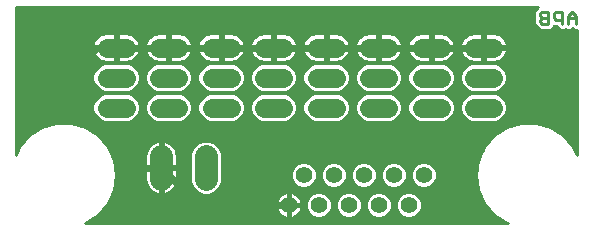
<source format=gbl>
G75*
G70*
%OFA0B0*%
%FSLAX24Y24*%
%IPPOS*%
%LPD*%
%AMOC8*
5,1,8,0,0,1.08239X$1,22.5*
%
%ADD10C,0.0100*%
%ADD11C,0.0560*%
%ADD12C,0.0750*%
%ADD13C,0.0640*%
%ADD14C,0.0240*%
D10*
X002600Y001430D02*
X002628Y001438D01*
X003047Y001707D01*
X003047Y001707D01*
X003047Y001707D01*
X003373Y002084D01*
X003580Y002537D01*
X003651Y003030D01*
X003580Y003523D01*
X003373Y003976D01*
X003047Y004353D01*
X002628Y004622D01*
X002150Y004762D01*
X001652Y004762D01*
X001174Y004622D01*
X000755Y004353D01*
X000755Y004352D01*
X000429Y003976D01*
X000301Y003696D01*
X000301Y008630D01*
X017728Y008630D01*
X017712Y008614D01*
X017595Y008496D01*
X017595Y008430D01*
X017595Y008296D01*
X017595Y008229D01*
X017595Y008146D01*
X017595Y008064D01*
X017596Y008062D01*
X017712Y007947D01*
X017779Y007880D01*
X017861Y007880D01*
X018144Y007880D01*
X018262Y007997D01*
X018262Y008013D01*
X018322Y008013D01*
X018322Y007997D01*
X018439Y007880D01*
X018605Y007880D01*
X018619Y007894D01*
X018633Y007880D01*
X018798Y007880D01*
X018849Y007931D01*
X018899Y007880D01*
X019001Y007880D01*
X019001Y003696D01*
X018873Y003976D01*
X018547Y004353D01*
X018128Y004622D01*
X017650Y004762D01*
X017152Y004762D01*
X016674Y004622D01*
X016255Y004353D01*
X016255Y004352D01*
X015929Y003976D01*
X015722Y003523D01*
X015651Y003030D01*
X015722Y002537D01*
X015722Y002537D01*
X015929Y002084D01*
X015929Y002084D01*
X016255Y001707D01*
X016255Y001707D01*
X016674Y001438D01*
X016674Y001438D01*
X016702Y001430D01*
X002600Y001430D01*
X002628Y001438D02*
X002628Y001438D01*
X002689Y001477D02*
X016614Y001477D01*
X016460Y001576D02*
X002842Y001576D01*
X002995Y001674D02*
X009159Y001674D01*
X009176Y001662D02*
X009236Y001631D01*
X009300Y001611D01*
X009367Y001600D01*
X009371Y001600D01*
X009371Y002000D01*
X008971Y002000D01*
X008971Y001996D01*
X008982Y001929D01*
X009003Y001865D01*
X009033Y001805D01*
X009073Y001750D01*
X009121Y001702D01*
X009176Y001662D01*
X009057Y001773D02*
X003104Y001773D01*
X003189Y001871D02*
X009001Y001871D01*
X008975Y001970D02*
X003274Y001970D01*
X003360Y002068D02*
X008972Y002068D01*
X008971Y002064D02*
X008971Y002060D01*
X009371Y002060D01*
X009371Y002000D01*
X009431Y002000D01*
X009431Y001600D01*
X009435Y001600D01*
X009502Y001611D01*
X009566Y001631D01*
X009627Y001662D01*
X009681Y001702D01*
X009729Y001750D01*
X009769Y001805D01*
X009800Y001865D01*
X009821Y001929D01*
X009831Y001996D01*
X009831Y002000D01*
X009431Y002000D01*
X009431Y002060D01*
X009371Y002060D01*
X009371Y002460D01*
X009367Y002460D01*
X009300Y002449D01*
X009236Y002428D01*
X009176Y002398D01*
X009121Y002358D01*
X009073Y002310D01*
X009033Y002255D01*
X009003Y002195D01*
X008982Y002131D01*
X008971Y002064D01*
X008994Y002167D02*
X003411Y002167D01*
X003373Y002084D02*
X003373Y002084D01*
X003456Y002265D02*
X009041Y002265D01*
X009129Y002364D02*
X003501Y002364D01*
X003546Y002463D02*
X004867Y002463D01*
X004876Y002456D02*
X004950Y002418D01*
X005028Y002393D01*
X005101Y002381D01*
X005101Y003230D01*
X004626Y003230D01*
X004626Y002864D01*
X004639Y002782D01*
X004665Y002703D01*
X004702Y002630D01*
X004751Y002563D01*
X004809Y002505D01*
X004876Y002456D01*
X004753Y002561D02*
X003584Y002561D01*
X003580Y002537D02*
X003580Y002537D01*
X003598Y002660D02*
X004687Y002660D01*
X004647Y002758D02*
X003612Y002758D01*
X003626Y002857D02*
X004627Y002857D01*
X004626Y002955D02*
X003640Y002955D01*
X003648Y003054D02*
X004626Y003054D01*
X004626Y003152D02*
X003634Y003152D01*
X003619Y003251D02*
X005101Y003251D01*
X005101Y003230D02*
X005101Y003330D01*
X004626Y003330D01*
X004626Y003696D01*
X004639Y003778D01*
X004665Y003856D01*
X004702Y003930D01*
X004751Y003997D01*
X004809Y004055D01*
X004876Y004104D01*
X004950Y004141D01*
X005028Y004167D01*
X005101Y004179D01*
X005101Y003330D01*
X005201Y003330D01*
X005201Y004179D01*
X005274Y004167D01*
X005353Y004141D01*
X005426Y004104D01*
X005493Y004055D01*
X005552Y003997D01*
X005600Y003930D01*
X005638Y003856D01*
X005663Y003778D01*
X005676Y003696D01*
X005676Y003330D01*
X005201Y003330D01*
X005201Y003230D01*
X005201Y002381D01*
X005274Y002393D01*
X005353Y002418D01*
X005426Y002456D01*
X005493Y002505D01*
X005552Y002563D01*
X005600Y002630D01*
X005638Y002703D01*
X005663Y002782D01*
X005676Y002864D01*
X005676Y003230D01*
X005201Y003230D01*
X005101Y003230D01*
X005101Y003152D02*
X005201Y003152D01*
X005201Y003054D02*
X005101Y003054D01*
X005101Y002955D02*
X005201Y002955D01*
X005201Y002857D02*
X005101Y002857D01*
X005101Y002758D02*
X005201Y002758D01*
X005201Y002660D02*
X005101Y002660D01*
X005101Y002561D02*
X005201Y002561D01*
X005201Y002463D02*
X005101Y002463D01*
X005435Y002463D02*
X006351Y002463D01*
X006354Y002460D02*
X006547Y002380D01*
X006756Y002380D01*
X006949Y002460D01*
X007096Y002608D01*
X007176Y002801D01*
X007176Y003759D01*
X007096Y003952D01*
X006949Y004100D01*
X006756Y004180D01*
X006547Y004180D01*
X006354Y004100D01*
X006206Y003952D01*
X006126Y003759D01*
X006126Y002801D01*
X006206Y002608D01*
X006354Y002460D01*
X006253Y002561D02*
X005550Y002561D01*
X005615Y002660D02*
X006185Y002660D01*
X006144Y002758D02*
X005655Y002758D01*
X005675Y002857D02*
X006126Y002857D01*
X006126Y002955D02*
X005676Y002955D01*
X005676Y003054D02*
X006126Y003054D01*
X006126Y003152D02*
X005676Y003152D01*
X005676Y003349D02*
X006126Y003349D01*
X006126Y003251D02*
X005201Y003251D01*
X005201Y003349D02*
X005101Y003349D01*
X005101Y003448D02*
X005201Y003448D01*
X005201Y003546D02*
X005101Y003546D01*
X005101Y003645D02*
X005201Y003645D01*
X005201Y003744D02*
X005101Y003744D01*
X005101Y003842D02*
X005201Y003842D01*
X005201Y003941D02*
X005101Y003941D01*
X005101Y004039D02*
X005201Y004039D01*
X005201Y004138D02*
X005101Y004138D01*
X004942Y004138D02*
X003233Y004138D01*
X003148Y004236D02*
X016154Y004236D01*
X016069Y004138D02*
X006858Y004138D01*
X007009Y004039D02*
X015984Y004039D01*
X015929Y003976D02*
X015929Y003976D01*
X015913Y003941D02*
X007101Y003941D01*
X007142Y003842D02*
X015868Y003842D01*
X015823Y003744D02*
X007176Y003744D01*
X007176Y003645D02*
X015778Y003645D01*
X015733Y003546D02*
X007176Y003546D01*
X007176Y003448D02*
X009787Y003448D01*
X009816Y003460D02*
X009658Y003394D01*
X009537Y003274D01*
X009471Y003116D01*
X009471Y002944D01*
X009537Y002786D01*
X009658Y002665D01*
X009816Y002600D01*
X009987Y002600D01*
X010145Y002665D01*
X010266Y002786D01*
X010331Y002944D01*
X010331Y003116D01*
X010266Y003274D01*
X010145Y003394D01*
X009987Y003460D01*
X009816Y003460D01*
X010016Y003448D02*
X010787Y003448D01*
X010816Y003460D02*
X010658Y003394D01*
X010537Y003274D01*
X010471Y003116D01*
X010471Y002944D01*
X010537Y002786D01*
X010658Y002665D01*
X010816Y002600D01*
X010987Y002600D01*
X011145Y002665D01*
X011266Y002786D01*
X011331Y002944D01*
X011331Y003116D01*
X011266Y003274D01*
X011145Y003394D01*
X010987Y003460D01*
X010816Y003460D01*
X011016Y003448D02*
X011787Y003448D01*
X011816Y003460D02*
X011658Y003394D01*
X011537Y003274D01*
X011471Y003116D01*
X011471Y002944D01*
X011537Y002786D01*
X011658Y002665D01*
X011816Y002600D01*
X011987Y002600D01*
X012145Y002665D01*
X012266Y002786D01*
X012331Y002944D01*
X012331Y003116D01*
X012266Y003274D01*
X012145Y003394D01*
X011987Y003460D01*
X011816Y003460D01*
X012016Y003448D02*
X012787Y003448D01*
X012816Y003460D02*
X012658Y003394D01*
X012537Y003274D01*
X012471Y003116D01*
X012471Y002944D01*
X012537Y002786D01*
X012658Y002665D01*
X012816Y002600D01*
X012987Y002600D01*
X013145Y002665D01*
X013266Y002786D01*
X013331Y002944D01*
X013331Y003116D01*
X013266Y003274D01*
X013145Y003394D01*
X012987Y003460D01*
X012816Y003460D01*
X013016Y003448D02*
X013787Y003448D01*
X013816Y003460D02*
X013658Y003394D01*
X013537Y003274D01*
X013471Y003116D01*
X013471Y002944D01*
X013537Y002786D01*
X013658Y002665D01*
X013816Y002600D01*
X013987Y002600D01*
X014145Y002665D01*
X014266Y002786D01*
X014331Y002944D01*
X014331Y003116D01*
X014266Y003274D01*
X014145Y003394D01*
X013987Y003460D01*
X013816Y003460D01*
X014016Y003448D02*
X015711Y003448D01*
X015722Y003523D02*
X015722Y003523D01*
X015697Y003349D02*
X014190Y003349D01*
X014275Y003251D02*
X015683Y003251D01*
X015669Y003152D02*
X014316Y003152D01*
X014331Y003054D02*
X015655Y003054D01*
X015651Y003030D02*
X015651Y003030D01*
X015662Y002955D02*
X014331Y002955D01*
X014295Y002857D02*
X015676Y002857D01*
X015690Y002758D02*
X014237Y002758D01*
X014131Y002660D02*
X015704Y002660D01*
X015719Y002561D02*
X007050Y002561D01*
X007118Y002660D02*
X009672Y002660D01*
X009565Y002758D02*
X007159Y002758D01*
X007176Y002857D02*
X009508Y002857D01*
X009471Y002955D02*
X007176Y002955D01*
X007176Y003054D02*
X009471Y003054D01*
X009486Y003152D02*
X007176Y003152D01*
X007176Y003251D02*
X009527Y003251D01*
X009613Y003349D02*
X007176Y003349D01*
X006126Y003448D02*
X005676Y003448D01*
X005676Y003546D02*
X006126Y003546D01*
X006126Y003645D02*
X005676Y003645D01*
X005669Y003744D02*
X006126Y003744D01*
X006160Y003842D02*
X005642Y003842D01*
X005593Y003941D02*
X006201Y003941D01*
X006293Y004039D02*
X005509Y004039D01*
X005360Y004138D02*
X006445Y004138D01*
X006738Y004810D02*
X007565Y004810D01*
X007737Y004882D01*
X007870Y005014D01*
X007941Y005186D01*
X007941Y005373D01*
X007870Y005546D01*
X007737Y005678D01*
X007565Y005750D01*
X006738Y005750D01*
X006565Y005678D01*
X006433Y005546D01*
X006361Y005373D01*
X006361Y005186D01*
X006433Y005014D01*
X006565Y004882D01*
X006738Y004810D01*
X006695Y004828D02*
X005857Y004828D01*
X005815Y004810D02*
X005987Y004882D01*
X006120Y005014D01*
X006191Y005186D01*
X006191Y005373D01*
X006120Y005546D01*
X005987Y005678D01*
X005815Y005750D01*
X004988Y005750D01*
X004815Y005678D01*
X004683Y005546D01*
X004611Y005373D01*
X004611Y005186D01*
X004683Y005014D01*
X004815Y004882D01*
X004988Y004810D01*
X005815Y004810D01*
X006032Y004926D02*
X006520Y004926D01*
X006428Y005025D02*
X006124Y005025D01*
X006165Y005123D02*
X006387Y005123D01*
X006361Y005222D02*
X006191Y005222D01*
X006191Y005320D02*
X006361Y005320D01*
X006380Y005419D02*
X006172Y005419D01*
X006132Y005517D02*
X006421Y005517D01*
X006502Y005616D02*
X006050Y005616D01*
X005900Y005714D02*
X006652Y005714D01*
X006730Y005813D02*
X005822Y005813D01*
X005815Y005810D02*
X005987Y005882D01*
X006120Y006014D01*
X006191Y006186D01*
X006191Y006373D01*
X006120Y006546D01*
X005987Y006678D01*
X005815Y006750D01*
X004988Y006750D01*
X004815Y006678D01*
X004683Y006546D01*
X004611Y006373D01*
X004611Y006186D01*
X004683Y006014D01*
X004815Y005882D01*
X004988Y005810D01*
X005815Y005810D01*
X006017Y005912D02*
X006535Y005912D01*
X006565Y005882D02*
X006433Y006014D01*
X006361Y006186D01*
X006361Y006373D01*
X006433Y006546D01*
X006565Y006678D01*
X006738Y006750D01*
X007565Y006750D01*
X007737Y006678D01*
X007870Y006546D01*
X007941Y006373D01*
X007941Y006186D01*
X007870Y006014D01*
X007737Y005882D01*
X007565Y005810D01*
X006738Y005810D01*
X006565Y005882D01*
X006436Y006010D02*
X006116Y006010D01*
X006159Y006109D02*
X006393Y006109D01*
X006361Y006207D02*
X006191Y006207D01*
X006191Y006306D02*
X006361Y006306D01*
X006374Y006404D02*
X006178Y006404D01*
X006138Y006503D02*
X006415Y006503D01*
X006488Y006601D02*
X006064Y006601D01*
X005936Y006700D02*
X006617Y006700D01*
X006651Y006844D02*
X006721Y006822D01*
X006794Y006810D01*
X007101Y006810D01*
X007101Y007230D01*
X006363Y007230D01*
X006373Y007170D01*
X006396Y007100D01*
X006429Y007034D01*
X006473Y006974D01*
X006525Y006921D01*
X006585Y006878D01*
X006651Y006844D01*
X006559Y006897D02*
X005994Y006897D01*
X005967Y006878D02*
X006027Y006921D01*
X006080Y006974D01*
X006123Y007034D01*
X006157Y007100D01*
X006180Y007170D01*
X006189Y007230D01*
X005451Y007230D01*
X005451Y006810D01*
X005758Y006810D01*
X005831Y006822D01*
X005902Y006844D01*
X005967Y006878D01*
X006095Y006996D02*
X006457Y006996D01*
X006398Y007094D02*
X006154Y007094D01*
X006183Y007193D02*
X006369Y007193D01*
X006363Y007330D02*
X007101Y007330D01*
X007101Y007230D01*
X007201Y007230D01*
X007201Y006810D01*
X007508Y006810D01*
X007581Y006822D01*
X007652Y006844D01*
X007717Y006878D01*
X007777Y006921D01*
X007830Y006974D01*
X007873Y007034D01*
X007907Y007100D01*
X007930Y007170D01*
X007939Y007230D01*
X007201Y007230D01*
X007201Y007330D01*
X007101Y007330D01*
X007101Y007750D01*
X006794Y007750D01*
X006721Y007738D01*
X006651Y007716D01*
X006585Y007682D01*
X006525Y007638D01*
X006473Y007586D01*
X006429Y007526D01*
X006396Y007460D01*
X006373Y007390D01*
X006363Y007330D01*
X006373Y007390D02*
X006180Y007390D01*
X006157Y007460D01*
X006123Y007526D01*
X006080Y007586D01*
X006027Y007638D01*
X005967Y007682D01*
X005902Y007716D01*
X005831Y007738D01*
X005758Y007750D01*
X005451Y007750D01*
X005451Y007330D01*
X005351Y007330D01*
X005351Y007230D01*
X004613Y007230D01*
X004623Y007170D01*
X004646Y007100D01*
X004679Y007034D01*
X004723Y006974D01*
X004775Y006921D01*
X004835Y006878D01*
X004901Y006844D01*
X004971Y006822D01*
X005044Y006810D01*
X005351Y006810D01*
X005351Y007230D01*
X005451Y007230D01*
X005451Y007330D01*
X006189Y007330D01*
X006180Y007390D01*
X006143Y007488D02*
X006410Y007488D01*
X006473Y007587D02*
X006079Y007587D01*
X005961Y007685D02*
X006591Y007685D01*
X007101Y007685D02*
X007201Y007685D01*
X007201Y007750D02*
X007201Y007330D01*
X007939Y007330D01*
X007930Y007390D01*
X007907Y007460D01*
X007873Y007526D01*
X007830Y007586D01*
X007777Y007638D01*
X007717Y007682D01*
X007652Y007716D01*
X007581Y007738D01*
X007508Y007750D01*
X007201Y007750D01*
X007201Y007587D02*
X007101Y007587D01*
X007101Y007488D02*
X007201Y007488D01*
X007201Y007390D02*
X007101Y007390D01*
X007101Y007291D02*
X005451Y007291D01*
X005451Y007193D02*
X005351Y007193D01*
X005351Y007291D02*
X003701Y007291D01*
X003701Y007330D02*
X003701Y007230D01*
X003701Y006810D01*
X004008Y006810D01*
X004081Y006822D01*
X004152Y006844D01*
X004217Y006878D01*
X004277Y006921D01*
X004330Y006974D01*
X004373Y007034D01*
X004407Y007100D01*
X004430Y007170D01*
X004439Y007230D01*
X003701Y007230D01*
X003601Y007230D01*
X002863Y007230D01*
X002873Y007170D01*
X002896Y007100D01*
X002929Y007034D01*
X002973Y006974D01*
X003025Y006921D01*
X003085Y006878D01*
X003151Y006844D01*
X003221Y006822D01*
X003294Y006810D01*
X003601Y006810D01*
X003601Y007230D01*
X003601Y007330D01*
X002863Y007330D01*
X002873Y007390D01*
X002896Y007460D01*
X002929Y007526D01*
X002973Y007586D01*
X003025Y007638D01*
X003085Y007682D01*
X003151Y007716D01*
X003221Y007738D01*
X003294Y007750D01*
X003601Y007750D01*
X003601Y007330D01*
X003701Y007330D01*
X003701Y007750D01*
X004008Y007750D01*
X004081Y007738D01*
X004152Y007716D01*
X004217Y007682D01*
X004277Y007638D01*
X004330Y007586D01*
X004373Y007526D01*
X004407Y007460D01*
X004430Y007390D01*
X004439Y007330D01*
X003701Y007330D01*
X003701Y007390D02*
X003601Y007390D01*
X003601Y007488D02*
X003701Y007488D01*
X003701Y007587D02*
X003601Y007587D01*
X003601Y007685D02*
X003701Y007685D01*
X004211Y007685D02*
X004841Y007685D01*
X004835Y007682D02*
X004775Y007638D01*
X004723Y007586D01*
X004679Y007526D01*
X004646Y007460D01*
X004623Y007390D01*
X004613Y007330D01*
X005351Y007330D01*
X005351Y007750D01*
X005044Y007750D01*
X004971Y007738D01*
X004901Y007716D01*
X004835Y007682D01*
X004723Y007587D02*
X004329Y007587D01*
X004393Y007488D02*
X004660Y007488D01*
X004623Y007390D02*
X004430Y007390D01*
X004433Y007193D02*
X004619Y007193D01*
X004648Y007094D02*
X004404Y007094D01*
X004345Y006996D02*
X004707Y006996D01*
X004809Y006897D02*
X004244Y006897D01*
X004237Y006678D02*
X004065Y006750D01*
X003238Y006750D01*
X003065Y006678D01*
X002933Y006546D01*
X002861Y006373D01*
X002861Y006186D01*
X002933Y006014D01*
X003065Y005882D01*
X003238Y005810D01*
X004065Y005810D01*
X004237Y005882D01*
X004370Y006014D01*
X004441Y006186D01*
X004441Y006373D01*
X004370Y006546D01*
X004237Y006678D01*
X004186Y006700D02*
X004867Y006700D01*
X004738Y006601D02*
X004314Y006601D01*
X004388Y006503D02*
X004665Y006503D01*
X004624Y006404D02*
X004428Y006404D01*
X004441Y006306D02*
X004611Y006306D01*
X004611Y006207D02*
X004441Y006207D01*
X004409Y006109D02*
X004643Y006109D01*
X004686Y006010D02*
X004366Y006010D01*
X004267Y005912D02*
X004785Y005912D01*
X004980Y005813D02*
X004072Y005813D01*
X004065Y005750D02*
X004237Y005678D01*
X004370Y005546D01*
X004441Y005373D01*
X004441Y005186D01*
X004370Y005014D01*
X004237Y004882D01*
X004065Y004810D01*
X003238Y004810D01*
X003065Y004882D01*
X002933Y005014D01*
X002861Y005186D01*
X002861Y005373D01*
X002933Y005546D01*
X003065Y005678D01*
X003238Y005750D01*
X004065Y005750D01*
X004150Y005714D02*
X004902Y005714D01*
X004752Y005616D02*
X004300Y005616D01*
X004382Y005517D02*
X004671Y005517D01*
X004630Y005419D02*
X004422Y005419D01*
X004441Y005320D02*
X004611Y005320D01*
X004611Y005222D02*
X004441Y005222D01*
X004415Y005123D02*
X004637Y005123D01*
X004678Y005025D02*
X004374Y005025D01*
X004282Y004926D02*
X004770Y004926D01*
X004945Y004828D02*
X004107Y004828D01*
X003195Y004828D02*
X000301Y004828D01*
X000301Y004926D02*
X003020Y004926D01*
X002928Y005025D02*
X000301Y005025D01*
X000301Y005123D02*
X002887Y005123D01*
X002861Y005222D02*
X000301Y005222D01*
X000301Y005320D02*
X002861Y005320D01*
X002880Y005419D02*
X000301Y005419D01*
X000301Y005517D02*
X002921Y005517D01*
X003002Y005616D02*
X000301Y005616D01*
X000301Y005714D02*
X003152Y005714D01*
X003230Y005813D02*
X000301Y005813D01*
X000301Y005912D02*
X003035Y005912D01*
X002936Y006010D02*
X000301Y006010D01*
X000301Y006109D02*
X002893Y006109D01*
X002861Y006207D02*
X000301Y006207D01*
X000301Y006306D02*
X002861Y006306D01*
X002874Y006404D02*
X000301Y006404D01*
X000301Y006503D02*
X002915Y006503D01*
X002988Y006601D02*
X000301Y006601D01*
X000301Y006700D02*
X003117Y006700D01*
X003059Y006897D02*
X000301Y006897D01*
X000301Y006996D02*
X002957Y006996D01*
X002898Y007094D02*
X000301Y007094D01*
X000301Y007193D02*
X002869Y007193D01*
X002873Y007390D02*
X000301Y007390D01*
X000301Y007488D02*
X002910Y007488D01*
X002973Y007587D02*
X000301Y007587D01*
X000301Y007685D02*
X003091Y007685D01*
X003601Y007291D02*
X000301Y007291D01*
X000301Y006798D02*
X019001Y006798D01*
X019001Y006897D02*
X016494Y006897D01*
X016467Y006878D02*
X016527Y006921D01*
X016580Y006974D01*
X016623Y007034D01*
X016657Y007100D01*
X016680Y007170D01*
X016689Y007230D01*
X015951Y007230D01*
X015951Y006810D01*
X016258Y006810D01*
X016331Y006822D01*
X016402Y006844D01*
X016467Y006878D01*
X016315Y006750D02*
X016487Y006678D01*
X016620Y006546D01*
X016691Y006373D01*
X016691Y006186D01*
X016620Y006014D01*
X016487Y005882D01*
X016315Y005810D01*
X015488Y005810D01*
X015315Y005882D01*
X015183Y006014D01*
X015111Y006186D01*
X015111Y006373D01*
X015183Y006546D01*
X015315Y006678D01*
X015488Y006750D01*
X016315Y006750D01*
X016436Y006700D02*
X019001Y006700D01*
X019001Y006601D02*
X016564Y006601D01*
X016638Y006503D02*
X019001Y006503D01*
X019001Y006404D02*
X016678Y006404D01*
X016691Y006306D02*
X019001Y006306D01*
X019001Y006207D02*
X016691Y006207D01*
X016659Y006109D02*
X019001Y006109D01*
X019001Y006010D02*
X016616Y006010D01*
X016517Y005912D02*
X019001Y005912D01*
X019001Y005813D02*
X016322Y005813D01*
X016315Y005750D02*
X016487Y005678D01*
X016620Y005546D01*
X016691Y005373D01*
X016691Y005186D01*
X016620Y005014D01*
X016487Y004882D01*
X016315Y004810D01*
X015488Y004810D01*
X015315Y004882D01*
X015183Y005014D01*
X015111Y005186D01*
X015111Y005373D01*
X015183Y005546D01*
X015315Y005678D01*
X015488Y005750D01*
X016315Y005750D01*
X016400Y005714D02*
X019001Y005714D01*
X019001Y005616D02*
X016550Y005616D01*
X016632Y005517D02*
X019001Y005517D01*
X019001Y005419D02*
X016672Y005419D01*
X016691Y005320D02*
X019001Y005320D01*
X019001Y005222D02*
X016691Y005222D01*
X016665Y005123D02*
X019001Y005123D01*
X019001Y005025D02*
X016624Y005025D01*
X016532Y004926D02*
X019001Y004926D01*
X019001Y004828D02*
X016357Y004828D01*
X016674Y004622D02*
X016674Y004622D01*
X016704Y004630D02*
X002599Y004630D01*
X002628Y004622D02*
X002628Y004622D01*
X002768Y004532D02*
X016534Y004532D01*
X016381Y004433D02*
X002921Y004433D01*
X003047Y004353D02*
X003047Y004353D01*
X003063Y004335D02*
X016240Y004335D01*
X016255Y004353D02*
X016255Y004353D01*
X017039Y004729D02*
X002263Y004729D01*
X002150Y004762D02*
X002150Y004762D01*
X001652Y004762D02*
X001652Y004762D01*
X001539Y004729D02*
X000301Y004729D01*
X000301Y004630D02*
X001204Y004630D01*
X001174Y004622D02*
X001174Y004622D01*
X001034Y004532D02*
X000301Y004532D01*
X000301Y004433D02*
X000881Y004433D01*
X000740Y004335D02*
X000301Y004335D01*
X000301Y004236D02*
X000654Y004236D01*
X000569Y004138D02*
X000301Y004138D01*
X000301Y004039D02*
X000484Y004039D01*
X000413Y003941D02*
X000301Y003941D01*
X000301Y003842D02*
X000368Y003842D01*
X000323Y003744D02*
X000301Y003744D01*
X003319Y004039D02*
X004793Y004039D01*
X004710Y003941D02*
X003390Y003941D01*
X003373Y003976D02*
X003373Y003976D01*
X003435Y003842D02*
X004660Y003842D01*
X004634Y003744D02*
X003480Y003744D01*
X003525Y003645D02*
X004626Y003645D01*
X004626Y003546D02*
X003570Y003546D01*
X003580Y003523D02*
X003580Y003523D01*
X003591Y003448D02*
X004626Y003448D01*
X004626Y003349D02*
X003605Y003349D01*
X006951Y002463D02*
X015756Y002463D01*
X015801Y002364D02*
X013675Y002364D01*
X013645Y002394D02*
X013487Y002460D01*
X013316Y002460D01*
X013158Y002394D01*
X013037Y002274D01*
X012971Y002116D01*
X012971Y001944D01*
X013037Y001786D01*
X013158Y001665D01*
X013316Y001600D01*
X013487Y001600D01*
X013645Y001665D01*
X013766Y001786D01*
X013831Y001944D01*
X013831Y002116D01*
X013766Y002274D01*
X013645Y002394D01*
X013769Y002265D02*
X015846Y002265D01*
X015891Y002167D02*
X013810Y002167D01*
X013831Y002068D02*
X015942Y002068D01*
X016028Y001970D02*
X013831Y001970D01*
X013801Y001871D02*
X016113Y001871D01*
X016199Y001773D02*
X013752Y001773D01*
X013653Y001674D02*
X016307Y001674D01*
X013672Y002660D02*
X013131Y002660D01*
X013237Y002758D02*
X013565Y002758D01*
X013508Y002857D02*
X013295Y002857D01*
X013331Y002955D02*
X013471Y002955D01*
X013471Y003054D02*
X013331Y003054D01*
X013316Y003152D02*
X013486Y003152D01*
X013527Y003251D02*
X013275Y003251D01*
X013190Y003349D02*
X013613Y003349D01*
X012613Y003349D02*
X012190Y003349D01*
X012275Y003251D02*
X012527Y003251D01*
X012486Y003152D02*
X012316Y003152D01*
X012331Y003054D02*
X012471Y003054D01*
X012471Y002955D02*
X012331Y002955D01*
X012295Y002857D02*
X012508Y002857D01*
X012565Y002758D02*
X012237Y002758D01*
X012131Y002660D02*
X012672Y002660D01*
X012645Y002394D02*
X012487Y002460D01*
X012316Y002460D01*
X012158Y002394D01*
X012037Y002274D01*
X011971Y002116D01*
X011971Y001944D01*
X012037Y001786D01*
X012158Y001665D01*
X012316Y001600D01*
X012487Y001600D01*
X012645Y001665D01*
X012766Y001786D01*
X012831Y001944D01*
X012831Y002116D01*
X012766Y002274D01*
X012645Y002394D01*
X012675Y002364D02*
X013127Y002364D01*
X013033Y002265D02*
X012769Y002265D01*
X012810Y002167D02*
X012992Y002167D01*
X012971Y002068D02*
X012831Y002068D01*
X012831Y001970D02*
X012971Y001970D01*
X013001Y001871D02*
X012801Y001871D01*
X012752Y001773D02*
X013050Y001773D01*
X013149Y001674D02*
X012653Y001674D01*
X012149Y001674D02*
X011653Y001674D01*
X011645Y001665D02*
X011766Y001786D01*
X011831Y001944D01*
X011831Y002116D01*
X011766Y002274D01*
X011645Y002394D01*
X011487Y002460D01*
X011316Y002460D01*
X011158Y002394D01*
X011037Y002274D01*
X010971Y002116D01*
X010971Y001944D01*
X011037Y001786D01*
X011158Y001665D01*
X011316Y001600D01*
X011487Y001600D01*
X011645Y001665D01*
X011752Y001773D02*
X012050Y001773D01*
X012001Y001871D02*
X011801Y001871D01*
X011831Y001970D02*
X011971Y001970D01*
X011971Y002068D02*
X011831Y002068D01*
X011810Y002167D02*
X011992Y002167D01*
X012033Y002265D02*
X011769Y002265D01*
X011675Y002364D02*
X012127Y002364D01*
X011672Y002660D02*
X011131Y002660D01*
X011237Y002758D02*
X011565Y002758D01*
X011508Y002857D02*
X011295Y002857D01*
X011331Y002955D02*
X011471Y002955D01*
X011471Y003054D02*
X011331Y003054D01*
X011316Y003152D02*
X011486Y003152D01*
X011527Y003251D02*
X011275Y003251D01*
X011190Y003349D02*
X011613Y003349D01*
X010613Y003349D02*
X010190Y003349D01*
X010275Y003251D02*
X010527Y003251D01*
X010486Y003152D02*
X010316Y003152D01*
X010331Y003054D02*
X010471Y003054D01*
X010471Y002955D02*
X010331Y002955D01*
X010295Y002857D02*
X010508Y002857D01*
X010565Y002758D02*
X010237Y002758D01*
X010131Y002660D02*
X010672Y002660D01*
X010645Y002394D02*
X010487Y002460D01*
X010316Y002460D01*
X010158Y002394D01*
X010037Y002274D01*
X009971Y002116D01*
X009971Y001944D01*
X010037Y001786D01*
X010158Y001665D01*
X010316Y001600D01*
X010487Y001600D01*
X010645Y001665D01*
X010766Y001786D01*
X010831Y001944D01*
X010831Y002116D01*
X010766Y002274D01*
X010645Y002394D01*
X010675Y002364D02*
X011127Y002364D01*
X011033Y002265D02*
X010769Y002265D01*
X010810Y002167D02*
X010992Y002167D01*
X010971Y002068D02*
X010831Y002068D01*
X010831Y001970D02*
X010971Y001970D01*
X011001Y001871D02*
X010801Y001871D01*
X010752Y001773D02*
X011050Y001773D01*
X011149Y001674D02*
X010653Y001674D01*
X010149Y001674D02*
X009643Y001674D01*
X009746Y001773D02*
X010050Y001773D01*
X010001Y001871D02*
X009802Y001871D01*
X009827Y001970D02*
X009971Y001970D01*
X009971Y002068D02*
X009830Y002068D01*
X009831Y002064D02*
X009821Y002131D01*
X009800Y002195D01*
X009769Y002255D01*
X009729Y002310D01*
X009681Y002358D01*
X009627Y002398D01*
X009566Y002428D01*
X009502Y002449D01*
X009435Y002460D01*
X009431Y002460D01*
X009431Y002060D01*
X009831Y002060D01*
X009831Y002064D01*
X009809Y002167D02*
X009992Y002167D01*
X010033Y002265D02*
X009762Y002265D01*
X009673Y002364D02*
X010127Y002364D01*
X009431Y002364D02*
X009371Y002364D01*
X009371Y002265D02*
X009431Y002265D01*
X009431Y002167D02*
X009371Y002167D01*
X009371Y002068D02*
X009431Y002068D01*
X009431Y001970D02*
X009371Y001970D01*
X009371Y001871D02*
X009431Y001871D01*
X009431Y001773D02*
X009371Y001773D01*
X009371Y001674D02*
X009431Y001674D01*
X009315Y004810D02*
X008488Y004810D01*
X008315Y004882D01*
X008183Y005014D01*
X008111Y005186D01*
X008111Y005373D01*
X008183Y005546D01*
X008315Y005678D01*
X008488Y005750D01*
X009315Y005750D01*
X009487Y005678D01*
X009620Y005546D01*
X009691Y005373D01*
X009691Y005186D01*
X009620Y005014D01*
X009487Y004882D01*
X009315Y004810D01*
X009357Y004828D02*
X010195Y004828D01*
X010238Y004810D02*
X010065Y004882D01*
X009933Y005014D01*
X009861Y005186D01*
X009861Y005373D01*
X009933Y005546D01*
X010065Y005678D01*
X010238Y005750D01*
X011065Y005750D01*
X011237Y005678D01*
X011370Y005546D01*
X011441Y005373D01*
X011441Y005186D01*
X011370Y005014D01*
X011237Y004882D01*
X011065Y004810D01*
X010238Y004810D01*
X010020Y004926D02*
X009532Y004926D01*
X009624Y005025D02*
X009928Y005025D01*
X009887Y005123D02*
X009665Y005123D01*
X009691Y005222D02*
X009861Y005222D01*
X009861Y005320D02*
X009691Y005320D01*
X009672Y005419D02*
X009880Y005419D01*
X009921Y005517D02*
X009632Y005517D01*
X009550Y005616D02*
X010002Y005616D01*
X010152Y005714D02*
X009400Y005714D01*
X009322Y005813D02*
X010230Y005813D01*
X010238Y005810D02*
X010065Y005882D01*
X009933Y006014D01*
X009861Y006186D01*
X009861Y006373D01*
X009933Y006546D01*
X010065Y006678D01*
X010238Y006750D01*
X011065Y006750D01*
X011237Y006678D01*
X011370Y006546D01*
X011441Y006373D01*
X011441Y006186D01*
X011370Y006014D01*
X011237Y005882D01*
X011065Y005810D01*
X010238Y005810D01*
X010035Y005912D02*
X009517Y005912D01*
X009487Y005882D02*
X009315Y005810D01*
X008488Y005810D01*
X008315Y005882D01*
X008183Y006014D01*
X008111Y006186D01*
X008111Y006373D01*
X008183Y006546D01*
X008315Y006678D01*
X008488Y006750D01*
X009315Y006750D01*
X009487Y006678D01*
X009620Y006546D01*
X009691Y006373D01*
X009691Y006186D01*
X009620Y006014D01*
X009487Y005882D01*
X009616Y006010D02*
X009936Y006010D01*
X009893Y006109D02*
X009659Y006109D01*
X009691Y006207D02*
X009861Y006207D01*
X009861Y006306D02*
X009691Y006306D01*
X009678Y006404D02*
X009874Y006404D01*
X009915Y006503D02*
X009638Y006503D01*
X009564Y006601D02*
X009988Y006601D01*
X010117Y006700D02*
X009436Y006700D01*
X009402Y006844D02*
X009467Y006878D01*
X009527Y006921D01*
X009580Y006974D01*
X009623Y007034D01*
X009657Y007100D01*
X009680Y007170D01*
X009689Y007230D01*
X008951Y007230D01*
X008951Y006810D01*
X009258Y006810D01*
X009331Y006822D01*
X009402Y006844D01*
X009494Y006897D02*
X010059Y006897D01*
X010085Y006878D02*
X010151Y006844D01*
X010221Y006822D01*
X010294Y006810D01*
X010601Y006810D01*
X010601Y007230D01*
X009863Y007230D01*
X009873Y007170D01*
X009896Y007100D01*
X009929Y007034D01*
X009973Y006974D01*
X010025Y006921D01*
X010085Y006878D01*
X009957Y006996D02*
X009595Y006996D01*
X009654Y007094D02*
X009898Y007094D01*
X009869Y007193D02*
X009683Y007193D01*
X009689Y007330D02*
X009680Y007390D01*
X009657Y007460D01*
X009623Y007526D01*
X009580Y007586D01*
X009527Y007638D01*
X009467Y007682D01*
X009402Y007716D01*
X009331Y007738D01*
X009258Y007750D01*
X008951Y007750D01*
X008951Y007330D01*
X008851Y007330D01*
X008851Y007230D01*
X008113Y007230D01*
X008123Y007170D01*
X008146Y007100D01*
X008179Y007034D01*
X008223Y006974D01*
X008275Y006921D01*
X008335Y006878D01*
X008401Y006844D01*
X008471Y006822D01*
X008544Y006810D01*
X008851Y006810D01*
X008851Y007230D01*
X008951Y007230D01*
X008951Y007330D01*
X009689Y007330D01*
X009680Y007390D02*
X009873Y007390D01*
X009863Y007330D01*
X010601Y007330D01*
X010601Y007230D01*
X010701Y007230D01*
X010701Y006810D01*
X011008Y006810D01*
X011081Y006822D01*
X011152Y006844D01*
X011217Y006878D01*
X011277Y006921D01*
X011330Y006974D01*
X011373Y007034D01*
X011407Y007100D01*
X011430Y007170D01*
X011439Y007230D01*
X010701Y007230D01*
X010701Y007330D01*
X010601Y007330D01*
X010601Y007750D01*
X010294Y007750D01*
X010221Y007738D01*
X010151Y007716D01*
X010085Y007682D01*
X010025Y007638D01*
X009973Y007586D01*
X009929Y007526D01*
X009896Y007460D01*
X009873Y007390D01*
X009910Y007488D02*
X009643Y007488D01*
X009579Y007587D02*
X009973Y007587D01*
X010091Y007685D02*
X009461Y007685D01*
X008951Y007685D02*
X008851Y007685D01*
X008851Y007750D02*
X008544Y007750D01*
X008471Y007738D01*
X008401Y007716D01*
X008335Y007682D01*
X008275Y007638D01*
X008223Y007586D01*
X008179Y007526D01*
X008146Y007460D01*
X008123Y007390D01*
X008113Y007330D01*
X008851Y007330D01*
X008851Y007750D01*
X008851Y007587D02*
X008951Y007587D01*
X008951Y007488D02*
X008851Y007488D01*
X008851Y007390D02*
X008951Y007390D01*
X008951Y007291D02*
X010601Y007291D01*
X010601Y007193D02*
X010701Y007193D01*
X010701Y007291D02*
X012351Y007291D01*
X012351Y007330D02*
X012351Y007230D01*
X011613Y007230D01*
X011623Y007170D01*
X011646Y007100D01*
X011679Y007034D01*
X011723Y006974D01*
X011775Y006921D01*
X011835Y006878D01*
X011901Y006844D01*
X011971Y006822D01*
X012044Y006810D01*
X012351Y006810D01*
X012351Y007230D01*
X012451Y007230D01*
X012451Y006810D01*
X012758Y006810D01*
X012831Y006822D01*
X012902Y006844D01*
X012967Y006878D01*
X013027Y006921D01*
X013080Y006974D01*
X013123Y007034D01*
X013157Y007100D01*
X013180Y007170D01*
X013189Y007230D01*
X012451Y007230D01*
X012451Y007330D01*
X012351Y007330D01*
X011613Y007330D01*
X011623Y007390D01*
X011646Y007460D01*
X011679Y007526D01*
X011723Y007586D01*
X011775Y007638D01*
X011835Y007682D01*
X011901Y007716D01*
X011971Y007738D01*
X012044Y007750D01*
X012351Y007750D01*
X012351Y007330D01*
X012351Y007390D02*
X012451Y007390D01*
X012451Y007330D02*
X012451Y007750D01*
X012758Y007750D01*
X012831Y007738D01*
X012902Y007716D01*
X012967Y007682D01*
X013027Y007638D01*
X013080Y007586D01*
X013123Y007526D01*
X013157Y007460D01*
X013180Y007390D01*
X013189Y007330D01*
X012451Y007330D01*
X012451Y007291D02*
X014101Y007291D01*
X014101Y007330D02*
X014101Y007230D01*
X013363Y007230D01*
X013373Y007170D01*
X013396Y007100D01*
X013429Y007034D01*
X013473Y006974D01*
X013525Y006921D01*
X013585Y006878D01*
X013651Y006844D01*
X013721Y006822D01*
X013794Y006810D01*
X014101Y006810D01*
X014101Y007230D01*
X014201Y007230D01*
X014201Y006810D01*
X014508Y006810D01*
X014581Y006822D01*
X014652Y006844D01*
X014717Y006878D01*
X014777Y006921D01*
X014830Y006974D01*
X014873Y007034D01*
X014907Y007100D01*
X014930Y007170D01*
X014939Y007230D01*
X014201Y007230D01*
X014201Y007330D01*
X014101Y007330D01*
X013363Y007330D01*
X013373Y007390D01*
X013396Y007460D01*
X013429Y007526D01*
X013473Y007586D01*
X013525Y007638D01*
X013585Y007682D01*
X013651Y007716D01*
X013721Y007738D01*
X013794Y007750D01*
X014101Y007750D01*
X014101Y007330D01*
X014101Y007390D02*
X014201Y007390D01*
X014201Y007330D02*
X014201Y007750D01*
X014508Y007750D01*
X014581Y007738D01*
X014652Y007716D01*
X014717Y007682D01*
X014777Y007638D01*
X014830Y007586D01*
X014873Y007526D01*
X014907Y007460D01*
X014930Y007390D01*
X014939Y007330D01*
X014201Y007330D01*
X014201Y007291D02*
X015851Y007291D01*
X015851Y007330D02*
X015851Y007230D01*
X015113Y007230D01*
X015123Y007170D01*
X015146Y007100D01*
X015179Y007034D01*
X015223Y006974D01*
X015275Y006921D01*
X015335Y006878D01*
X015401Y006844D01*
X015471Y006822D01*
X015544Y006810D01*
X015851Y006810D01*
X015851Y007230D01*
X015951Y007230D01*
X015951Y007330D01*
X015851Y007330D01*
X015113Y007330D01*
X015123Y007390D01*
X015146Y007460D01*
X015179Y007526D01*
X015223Y007586D01*
X015275Y007638D01*
X015335Y007682D01*
X015401Y007716D01*
X015471Y007738D01*
X015544Y007750D01*
X015851Y007750D01*
X015851Y007330D01*
X015851Y007390D02*
X015951Y007390D01*
X015951Y007330D02*
X015951Y007750D01*
X016258Y007750D01*
X016331Y007738D01*
X016402Y007716D01*
X016467Y007682D01*
X016527Y007638D01*
X016580Y007586D01*
X016623Y007526D01*
X016657Y007460D01*
X016680Y007390D01*
X016689Y007330D01*
X015951Y007330D01*
X015951Y007291D02*
X019001Y007291D01*
X019001Y007193D02*
X016683Y007193D01*
X016654Y007094D02*
X019001Y007094D01*
X019001Y006996D02*
X016595Y006996D01*
X015951Y006996D02*
X015851Y006996D01*
X015851Y007094D02*
X015951Y007094D01*
X015951Y007193D02*
X015851Y007193D01*
X015851Y007488D02*
X015951Y007488D01*
X015951Y007587D02*
X015851Y007587D01*
X015851Y007685D02*
X015951Y007685D01*
X016461Y007685D02*
X019001Y007685D01*
X019001Y007587D02*
X016579Y007587D01*
X016643Y007488D02*
X019001Y007488D01*
X019001Y007390D02*
X016680Y007390D01*
X015951Y006897D02*
X015851Y006897D01*
X015367Y006700D02*
X014686Y006700D01*
X014737Y006678D02*
X014565Y006750D01*
X013738Y006750D01*
X013565Y006678D01*
X013433Y006546D01*
X013361Y006373D01*
X013361Y006186D01*
X013433Y006014D01*
X013565Y005882D01*
X013738Y005810D01*
X014565Y005810D01*
X014737Y005882D01*
X014870Y006014D01*
X014941Y006186D01*
X014941Y006373D01*
X014870Y006546D01*
X014737Y006678D01*
X014814Y006601D02*
X015238Y006601D01*
X015165Y006503D02*
X014888Y006503D01*
X014928Y006404D02*
X015124Y006404D01*
X015111Y006306D02*
X014941Y006306D01*
X014941Y006207D02*
X015111Y006207D01*
X015143Y006109D02*
X014909Y006109D01*
X014866Y006010D02*
X015186Y006010D01*
X015285Y005912D02*
X014767Y005912D01*
X014572Y005813D02*
X015480Y005813D01*
X015402Y005714D02*
X014650Y005714D01*
X014565Y005750D02*
X014737Y005678D01*
X014870Y005546D01*
X014941Y005373D01*
X014941Y005186D01*
X014870Y005014D01*
X014737Y004882D01*
X014565Y004810D01*
X013738Y004810D01*
X013565Y004882D01*
X013433Y005014D01*
X013361Y005186D01*
X013361Y005373D01*
X013433Y005546D01*
X013565Y005678D01*
X013738Y005750D01*
X014565Y005750D01*
X014800Y005616D02*
X015252Y005616D01*
X015171Y005517D02*
X014882Y005517D01*
X014922Y005419D02*
X015130Y005419D01*
X015111Y005320D02*
X014941Y005320D01*
X014941Y005222D02*
X015111Y005222D01*
X015137Y005123D02*
X014915Y005123D01*
X014874Y005025D02*
X015178Y005025D01*
X015270Y004926D02*
X014782Y004926D01*
X014607Y004828D02*
X015445Y004828D01*
X017152Y004762D02*
X017152Y004762D01*
X017650Y004762D02*
X017650Y004762D01*
X017763Y004729D02*
X019001Y004729D01*
X019001Y004630D02*
X018099Y004630D01*
X018128Y004622D02*
X018128Y004622D01*
X018268Y004532D02*
X019001Y004532D01*
X019001Y004433D02*
X018421Y004433D01*
X018547Y004353D02*
X018547Y004353D01*
X018563Y004335D02*
X019001Y004335D01*
X019001Y004236D02*
X018648Y004236D01*
X018733Y004138D02*
X019001Y004138D01*
X019001Y004039D02*
X018819Y004039D01*
X018873Y003976D02*
X018873Y003976D01*
X018890Y003941D02*
X019001Y003941D01*
X019001Y003842D02*
X018935Y003842D01*
X018980Y003744D02*
X019001Y003744D01*
X013730Y005813D02*
X012822Y005813D01*
X012815Y005810D02*
X012987Y005882D01*
X013120Y006014D01*
X013191Y006186D01*
X013191Y006373D01*
X013120Y006546D01*
X012987Y006678D01*
X012815Y006750D01*
X011988Y006750D01*
X011815Y006678D01*
X011683Y006546D01*
X011611Y006373D01*
X011611Y006186D01*
X011683Y006014D01*
X011815Y005882D01*
X011988Y005810D01*
X012815Y005810D01*
X012815Y005750D02*
X012987Y005678D01*
X013120Y005546D01*
X013191Y005373D01*
X013191Y005186D01*
X013120Y005014D01*
X012987Y004882D01*
X012815Y004810D01*
X011988Y004810D01*
X011815Y004882D01*
X011683Y005014D01*
X011611Y005186D01*
X011611Y005373D01*
X011683Y005546D01*
X011815Y005678D01*
X011988Y005750D01*
X012815Y005750D01*
X012900Y005714D02*
X013652Y005714D01*
X013502Y005616D02*
X013050Y005616D01*
X013132Y005517D02*
X013421Y005517D01*
X013380Y005419D02*
X013172Y005419D01*
X013191Y005320D02*
X013361Y005320D01*
X013361Y005222D02*
X013191Y005222D01*
X013165Y005123D02*
X013387Y005123D01*
X013428Y005025D02*
X013124Y005025D01*
X013032Y004926D02*
X013520Y004926D01*
X013695Y004828D02*
X012857Y004828D01*
X011945Y004828D02*
X011107Y004828D01*
X011282Y004926D02*
X011770Y004926D01*
X011678Y005025D02*
X011374Y005025D01*
X011415Y005123D02*
X011637Y005123D01*
X011611Y005222D02*
X011441Y005222D01*
X011441Y005320D02*
X011611Y005320D01*
X011630Y005419D02*
X011422Y005419D01*
X011382Y005517D02*
X011671Y005517D01*
X011752Y005616D02*
X011300Y005616D01*
X011150Y005714D02*
X011902Y005714D01*
X011980Y005813D02*
X011072Y005813D01*
X011267Y005912D02*
X011785Y005912D01*
X011686Y006010D02*
X011366Y006010D01*
X011409Y006109D02*
X011643Y006109D01*
X011611Y006207D02*
X011441Y006207D01*
X011441Y006306D02*
X011611Y006306D01*
X011624Y006404D02*
X011428Y006404D01*
X011388Y006503D02*
X011665Y006503D01*
X011738Y006601D02*
X011314Y006601D01*
X011186Y006700D02*
X011867Y006700D01*
X011809Y006897D02*
X011244Y006897D01*
X011345Y006996D02*
X011707Y006996D01*
X011648Y007094D02*
X011404Y007094D01*
X011433Y007193D02*
X011619Y007193D01*
X011623Y007390D02*
X011430Y007390D01*
X011407Y007460D01*
X011373Y007526D01*
X011330Y007586D01*
X011277Y007638D01*
X011217Y007682D01*
X011152Y007716D01*
X011081Y007738D01*
X011008Y007750D01*
X010701Y007750D01*
X010701Y007330D01*
X011439Y007330D01*
X011430Y007390D01*
X011393Y007488D02*
X011660Y007488D01*
X011723Y007587D02*
X011329Y007587D01*
X011211Y007685D02*
X011841Y007685D01*
X012351Y007685D02*
X012451Y007685D01*
X012451Y007587D02*
X012351Y007587D01*
X012351Y007488D02*
X012451Y007488D01*
X012451Y007193D02*
X012351Y007193D01*
X012351Y007094D02*
X012451Y007094D01*
X012451Y006996D02*
X012351Y006996D01*
X012351Y006897D02*
X012451Y006897D01*
X012936Y006700D02*
X013617Y006700D01*
X013488Y006601D02*
X013064Y006601D01*
X013138Y006503D02*
X013415Y006503D01*
X013374Y006404D02*
X013178Y006404D01*
X013191Y006306D02*
X013361Y006306D01*
X013361Y006207D02*
X013191Y006207D01*
X013159Y006109D02*
X013393Y006109D01*
X013436Y006010D02*
X013116Y006010D01*
X013017Y005912D02*
X013535Y005912D01*
X013559Y006897D02*
X012994Y006897D01*
X013095Y006996D02*
X013457Y006996D01*
X013398Y007094D02*
X013154Y007094D01*
X013183Y007193D02*
X013369Y007193D01*
X013373Y007390D02*
X013180Y007390D01*
X013143Y007488D02*
X013410Y007488D01*
X013473Y007587D02*
X013079Y007587D01*
X012961Y007685D02*
X013591Y007685D01*
X014101Y007685D02*
X014201Y007685D01*
X014201Y007587D02*
X014101Y007587D01*
X014101Y007488D02*
X014201Y007488D01*
X014201Y007193D02*
X014101Y007193D01*
X014101Y007094D02*
X014201Y007094D01*
X014201Y006996D02*
X014101Y006996D01*
X014101Y006897D02*
X014201Y006897D01*
X014744Y006897D02*
X015309Y006897D01*
X015207Y006996D02*
X014845Y006996D01*
X014904Y007094D02*
X015148Y007094D01*
X015119Y007193D02*
X014933Y007193D01*
X014930Y007390D02*
X015123Y007390D01*
X015160Y007488D02*
X014893Y007488D01*
X014829Y007587D02*
X015223Y007587D01*
X015341Y007685D02*
X014711Y007685D01*
X017595Y008064D02*
X017595Y008064D01*
X017595Y008079D02*
X000301Y008079D01*
X000301Y007981D02*
X017678Y007981D01*
X017712Y007947D02*
X017712Y007947D01*
X017776Y007882D02*
X000301Y007882D01*
X000301Y007784D02*
X019001Y007784D01*
X018897Y007882D02*
X018801Y007882D01*
X018630Y007882D02*
X018607Y007882D01*
X018437Y007882D02*
X018147Y007882D01*
X018245Y007981D02*
X018338Y007981D01*
X018522Y008080D02*
X018522Y008480D01*
X018322Y008480D01*
X018255Y008414D01*
X018255Y008280D01*
X018322Y008213D01*
X018522Y008213D01*
X018715Y008280D02*
X018982Y008280D01*
X018982Y008347D02*
X018849Y008480D01*
X018715Y008347D01*
X018715Y008080D01*
X018982Y008080D02*
X018982Y008347D01*
X018062Y008280D02*
X017861Y008280D01*
X017795Y008213D01*
X017795Y008147D01*
X017861Y008080D01*
X018062Y008080D01*
X018062Y008480D01*
X017861Y008480D01*
X017795Y008414D01*
X017795Y008347D01*
X017861Y008280D01*
X017595Y008277D02*
X000301Y008277D01*
X000301Y008375D02*
X017595Y008375D01*
X017595Y008474D02*
X000301Y008474D01*
X000301Y008572D02*
X017671Y008572D01*
X017595Y008229D02*
X017595Y008229D01*
X017595Y008178D02*
X000301Y008178D01*
X003601Y007193D02*
X003701Y007193D01*
X003701Y007094D02*
X003601Y007094D01*
X003601Y006996D02*
X003701Y006996D01*
X003701Y006897D02*
X003601Y006897D01*
X005351Y006897D02*
X005451Y006897D01*
X005451Y006996D02*
X005351Y006996D01*
X005351Y007094D02*
X005451Y007094D01*
X005451Y007390D02*
X005351Y007390D01*
X005351Y007488D02*
X005451Y007488D01*
X005451Y007587D02*
X005351Y007587D01*
X005351Y007685D02*
X005451Y007685D01*
X007101Y007193D02*
X007201Y007193D01*
X007201Y007291D02*
X008851Y007291D01*
X008851Y007193D02*
X008951Y007193D01*
X008951Y007094D02*
X008851Y007094D01*
X008851Y006996D02*
X008951Y006996D01*
X008951Y006897D02*
X008851Y006897D01*
X008309Y006897D02*
X007744Y006897D01*
X007845Y006996D02*
X008207Y006996D01*
X008148Y007094D02*
X007904Y007094D01*
X007933Y007193D02*
X008119Y007193D01*
X008123Y007390D02*
X007930Y007390D01*
X007893Y007488D02*
X008160Y007488D01*
X008223Y007587D02*
X007829Y007587D01*
X007711Y007685D02*
X008341Y007685D01*
X007201Y007094D02*
X007101Y007094D01*
X007101Y006996D02*
X007201Y006996D01*
X007201Y006897D02*
X007101Y006897D01*
X007686Y006700D02*
X008367Y006700D01*
X008238Y006601D02*
X007814Y006601D01*
X007888Y006503D02*
X008165Y006503D01*
X008124Y006404D02*
X007928Y006404D01*
X007941Y006306D02*
X008111Y006306D01*
X008111Y006207D02*
X007941Y006207D01*
X007909Y006109D02*
X008143Y006109D01*
X008186Y006010D02*
X007866Y006010D01*
X007767Y005912D02*
X008285Y005912D01*
X008480Y005813D02*
X007572Y005813D01*
X007650Y005714D02*
X008402Y005714D01*
X008252Y005616D02*
X007800Y005616D01*
X007882Y005517D02*
X008171Y005517D01*
X008130Y005419D02*
X007922Y005419D01*
X007941Y005320D02*
X008111Y005320D01*
X008111Y005222D02*
X007941Y005222D01*
X007915Y005123D02*
X008137Y005123D01*
X008178Y005025D02*
X007874Y005025D01*
X007782Y004926D02*
X008270Y004926D01*
X008445Y004828D02*
X007607Y004828D01*
X010601Y006897D02*
X010701Y006897D01*
X010701Y006996D02*
X010601Y006996D01*
X010601Y007094D02*
X010701Y007094D01*
X010701Y007390D02*
X010601Y007390D01*
X010601Y007488D02*
X010701Y007488D01*
X010701Y007587D02*
X010601Y007587D01*
X010601Y007685D02*
X010701Y007685D01*
X017779Y007880D02*
X017779Y007880D01*
X017779Y007880D01*
D11*
X013901Y003030D03*
X012901Y003030D03*
X011901Y003030D03*
X010901Y003030D03*
X009901Y003030D03*
X009401Y002030D03*
X010401Y002030D03*
X011401Y002030D03*
X012401Y002030D03*
X013401Y002030D03*
D12*
X006651Y002905D02*
X006651Y003655D01*
X005151Y003655D02*
X005151Y002905D01*
D13*
X005081Y005280D02*
X005721Y005280D01*
X006831Y005280D02*
X007471Y005280D01*
X008581Y005280D02*
X009221Y005280D01*
X010331Y005280D02*
X010971Y005280D01*
X012081Y005280D02*
X012721Y005280D01*
X013831Y005280D02*
X014471Y005280D01*
X015581Y005280D02*
X016221Y005280D01*
X016221Y006280D02*
X015581Y006280D01*
X014471Y006280D02*
X013831Y006280D01*
X012721Y006280D02*
X012081Y006280D01*
X010971Y006280D02*
X010331Y006280D01*
X009221Y006280D02*
X008581Y006280D01*
X007471Y006280D02*
X006831Y006280D01*
X005721Y006280D02*
X005081Y006280D01*
X003971Y006280D02*
X003331Y006280D01*
X003331Y005280D02*
X003971Y005280D01*
X003971Y007280D02*
X003331Y007280D01*
X005081Y007280D02*
X005721Y007280D01*
X006831Y007280D02*
X007471Y007280D01*
X008581Y007280D02*
X009221Y007280D01*
X010331Y007280D02*
X010971Y007280D01*
X012081Y007280D02*
X012721Y007280D01*
X013831Y007280D02*
X014471Y007280D01*
X015581Y007280D02*
X016221Y007280D01*
D14*
X015901Y007280D02*
X014151Y007280D01*
X012401Y007280D01*
X010651Y007280D01*
X008901Y007280D01*
X007151Y007280D01*
X005401Y007280D01*
X003651Y007280D01*
X003001Y007280D01*
X002651Y006930D01*
X002651Y004980D01*
X004351Y003280D01*
X005151Y003280D01*
X006401Y002030D01*
X009401Y002030D01*
M02*

</source>
